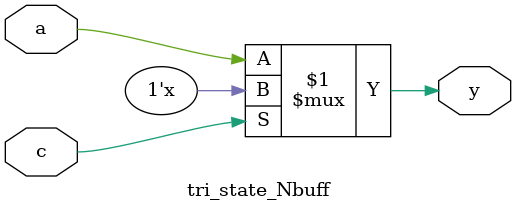
<source format=v>
module tri_state_buff(input a, input c, output y);

assign y= c? a : 1'bz;
endmodule

module tri_state_Nbuff(input a, input c, output y);

assign y= c? 1'bz : a;
endmodule


</source>
